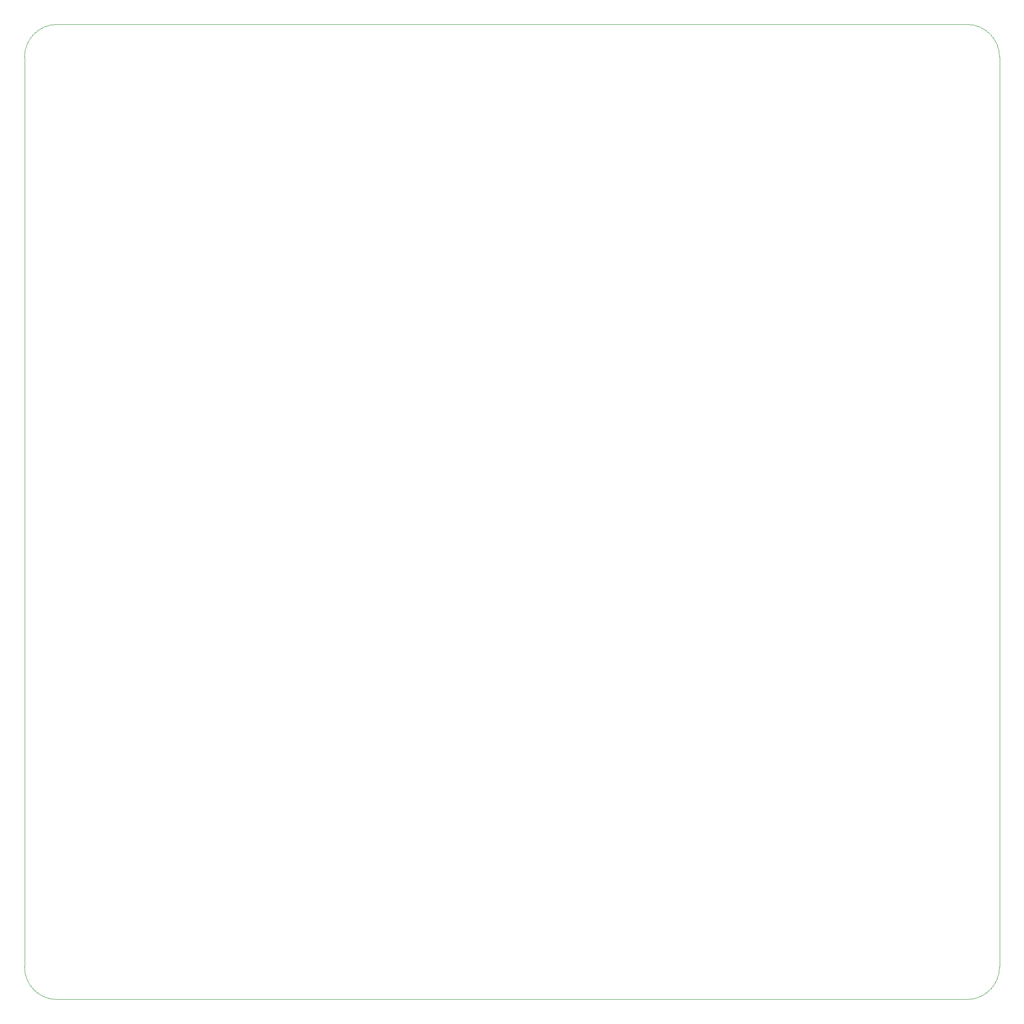
<source format=gbr>
%TF.GenerationSoftware,KiCad,Pcbnew,6.0.1-79c1e3a40b~116~ubuntu20.04.1*%
%TF.CreationDate,2022-02-06T08:21:26-08:00*%
%TF.ProjectId,rc2014-compat-backplane,72633230-3134-42d6-936f-6d7061742d62,rev?*%
%TF.SameCoordinates,Original*%
%TF.FileFunction,Profile,NP*%
%FSLAX46Y46*%
G04 Gerber Fmt 4.6, Leading zero omitted, Abs format (unit mm)*
G04 Created by KiCad (PCBNEW 6.0.1-79c1e3a40b~116~ubuntu20.04.1) date 2022-02-06 08:21:26*
%MOMM*%
%LPD*%
G01*
G04 APERTURE LIST*
%TA.AperFunction,Profile*%
%ADD10C,0.050000*%
%TD*%
%TA.AperFunction,Profile*%
%ADD11C,0.050800*%
%TD*%
G04 APERTURE END LIST*
D10*
X19050000Y-203200000D02*
G75*
G03*
X25400000Y-209550000I6350000J0D01*
G01*
X25400000Y-209550000D02*
X203200000Y-209550000D01*
X209550000Y-25400000D02*
G75*
G03*
X203200000Y-19050000I-6350000J0D01*
G01*
X19050000Y-25400000D02*
X19050000Y-203200000D01*
D11*
X25400000Y-19050000D02*
X203200000Y-19050000D01*
D10*
X203200000Y-209550000D02*
G75*
G03*
X209550000Y-203200000I0J6350000D01*
G01*
X25400000Y-19050000D02*
G75*
G03*
X19050000Y-25400000I0J-6350000D01*
G01*
X209550000Y-25400000D02*
X209550000Y-203200000D01*
M02*

</source>
